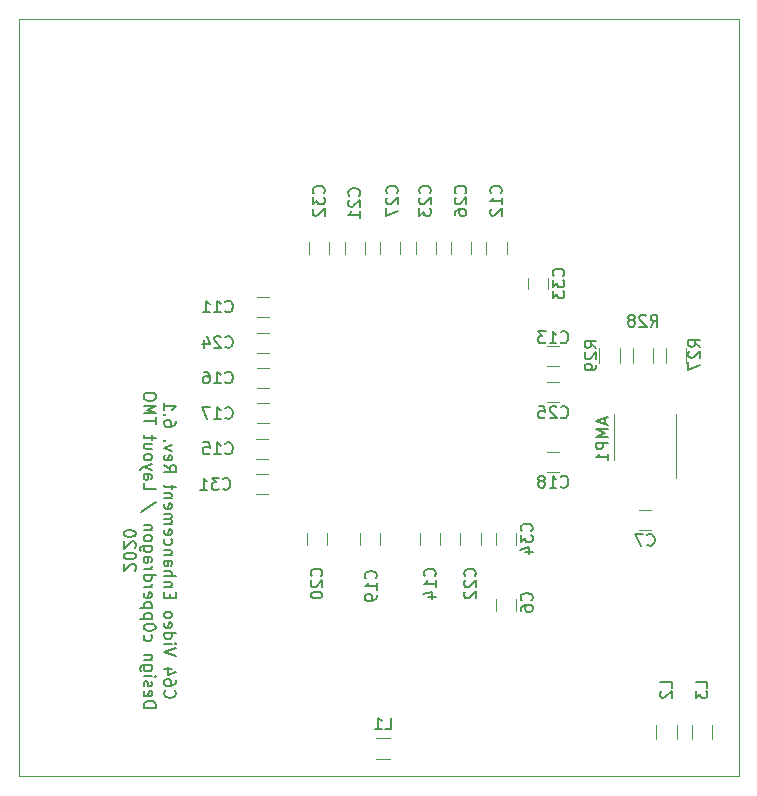
<source format=gbr>
%TF.GenerationSoftware,KiCad,Pcbnew,(5.1.5-0-10_14)*%
%TF.CreationDate,2020-11-09T20:11:24+01:00*%
%TF.ProjectId,rfreplacement,72667265-706c-4616-9365-6d656e742e6b,6.1*%
%TF.SameCoordinates,Original*%
%TF.FileFunction,Legend,Bot*%
%TF.FilePolarity,Positive*%
%FSLAX46Y46*%
G04 Gerber Fmt 4.6, Leading zero omitted, Abs format (unit mm)*
G04 Created by KiCad (PCBNEW (5.1.5-0-10_14)) date 2020-11-09 20:11:24*
%MOMM*%
%LPD*%
G04 APERTURE LIST*
%ADD10C,0.200000*%
%ADD11C,0.100000*%
%ADD12C,0.120000*%
%ADD13C,0.150000*%
G04 APERTURE END LIST*
D10*
X116542857Y-107657142D02*
X116495238Y-107704761D01*
X116447619Y-107847619D01*
X116447619Y-107942857D01*
X116495238Y-108085714D01*
X116590476Y-108180952D01*
X116685714Y-108228571D01*
X116876190Y-108276190D01*
X117019047Y-108276190D01*
X117209523Y-108228571D01*
X117304761Y-108180952D01*
X117400000Y-108085714D01*
X117447619Y-107942857D01*
X117447619Y-107847619D01*
X117400000Y-107704761D01*
X117352380Y-107657142D01*
X117447619Y-106800000D02*
X117447619Y-106990476D01*
X117400000Y-107085714D01*
X117352380Y-107133333D01*
X117209523Y-107228571D01*
X117019047Y-107276190D01*
X116638095Y-107276190D01*
X116542857Y-107228571D01*
X116495238Y-107180952D01*
X116447619Y-107085714D01*
X116447619Y-106895238D01*
X116495238Y-106800000D01*
X116542857Y-106752380D01*
X116638095Y-106704761D01*
X116876190Y-106704761D01*
X116971428Y-106752380D01*
X117019047Y-106800000D01*
X117066666Y-106895238D01*
X117066666Y-107085714D01*
X117019047Y-107180952D01*
X116971428Y-107228571D01*
X116876190Y-107276190D01*
X117114285Y-105847619D02*
X116447619Y-105847619D01*
X117495238Y-106085714D02*
X116780952Y-106323809D01*
X116780952Y-105704761D01*
X117447619Y-104704761D02*
X116447619Y-104371428D01*
X117447619Y-104038095D01*
X116447619Y-103704761D02*
X117114285Y-103704761D01*
X117447619Y-103704761D02*
X117400000Y-103752380D01*
X117352380Y-103704761D01*
X117400000Y-103657142D01*
X117447619Y-103704761D01*
X117352380Y-103704761D01*
X116447619Y-102800000D02*
X117447619Y-102800000D01*
X116495238Y-102800000D02*
X116447619Y-102895238D01*
X116447619Y-103085714D01*
X116495238Y-103180952D01*
X116542857Y-103228571D01*
X116638095Y-103276190D01*
X116923809Y-103276190D01*
X117019047Y-103228571D01*
X117066666Y-103180952D01*
X117114285Y-103085714D01*
X117114285Y-102895238D01*
X117066666Y-102800000D01*
X116495238Y-101942857D02*
X116447619Y-102038095D01*
X116447619Y-102228571D01*
X116495238Y-102323809D01*
X116590476Y-102371428D01*
X116971428Y-102371428D01*
X117066666Y-102323809D01*
X117114285Y-102228571D01*
X117114285Y-102038095D01*
X117066666Y-101942857D01*
X116971428Y-101895238D01*
X116876190Y-101895238D01*
X116780952Y-102371428D01*
X116447619Y-101323809D02*
X116495238Y-101419047D01*
X116542857Y-101466666D01*
X116638095Y-101514285D01*
X116923809Y-101514285D01*
X117019047Y-101466666D01*
X117066666Y-101419047D01*
X117114285Y-101323809D01*
X117114285Y-101180952D01*
X117066666Y-101085714D01*
X117019047Y-101038095D01*
X116923809Y-100990476D01*
X116638095Y-100990476D01*
X116542857Y-101038095D01*
X116495238Y-101085714D01*
X116447619Y-101180952D01*
X116447619Y-101323809D01*
X116971428Y-99800000D02*
X116971428Y-99466666D01*
X116447619Y-99323809D02*
X116447619Y-99800000D01*
X117447619Y-99800000D01*
X117447619Y-99323809D01*
X117114285Y-98895238D02*
X116447619Y-98895238D01*
X117019047Y-98895238D02*
X117066666Y-98847619D01*
X117114285Y-98752380D01*
X117114285Y-98609523D01*
X117066666Y-98514285D01*
X116971428Y-98466666D01*
X116447619Y-98466666D01*
X116447619Y-97990476D02*
X117447619Y-97990476D01*
X116447619Y-97561904D02*
X116971428Y-97561904D01*
X117066666Y-97609523D01*
X117114285Y-97704761D01*
X117114285Y-97847619D01*
X117066666Y-97942857D01*
X117019047Y-97990476D01*
X116447619Y-96657142D02*
X116971428Y-96657142D01*
X117066666Y-96704761D01*
X117114285Y-96800000D01*
X117114285Y-96990476D01*
X117066666Y-97085714D01*
X116495238Y-96657142D02*
X116447619Y-96752380D01*
X116447619Y-96990476D01*
X116495238Y-97085714D01*
X116590476Y-97133333D01*
X116685714Y-97133333D01*
X116780952Y-97085714D01*
X116828571Y-96990476D01*
X116828571Y-96752380D01*
X116876190Y-96657142D01*
X117114285Y-96180952D02*
X116447619Y-96180952D01*
X117019047Y-96180952D02*
X117066666Y-96133333D01*
X117114285Y-96038095D01*
X117114285Y-95895238D01*
X117066666Y-95800000D01*
X116971428Y-95752380D01*
X116447619Y-95752380D01*
X116495238Y-94847619D02*
X116447619Y-94942857D01*
X116447619Y-95133333D01*
X116495238Y-95228571D01*
X116542857Y-95276190D01*
X116638095Y-95323809D01*
X116923809Y-95323809D01*
X117019047Y-95276190D01*
X117066666Y-95228571D01*
X117114285Y-95133333D01*
X117114285Y-94942857D01*
X117066666Y-94847619D01*
X116495238Y-94038095D02*
X116447619Y-94133333D01*
X116447619Y-94323809D01*
X116495238Y-94419047D01*
X116590476Y-94466666D01*
X116971428Y-94466666D01*
X117066666Y-94419047D01*
X117114285Y-94323809D01*
X117114285Y-94133333D01*
X117066666Y-94038095D01*
X116971428Y-93990476D01*
X116876190Y-93990476D01*
X116780952Y-94466666D01*
X116447619Y-93561904D02*
X117114285Y-93561904D01*
X117019047Y-93561904D02*
X117066666Y-93514285D01*
X117114285Y-93419047D01*
X117114285Y-93276190D01*
X117066666Y-93180952D01*
X116971428Y-93133333D01*
X116447619Y-93133333D01*
X116971428Y-93133333D02*
X117066666Y-93085714D01*
X117114285Y-92990476D01*
X117114285Y-92847619D01*
X117066666Y-92752380D01*
X116971428Y-92704761D01*
X116447619Y-92704761D01*
X116495238Y-91847619D02*
X116447619Y-91942857D01*
X116447619Y-92133333D01*
X116495238Y-92228571D01*
X116590476Y-92276190D01*
X116971428Y-92276190D01*
X117066666Y-92228571D01*
X117114285Y-92133333D01*
X117114285Y-91942857D01*
X117066666Y-91847619D01*
X116971428Y-91800000D01*
X116876190Y-91800000D01*
X116780952Y-92276190D01*
X117114285Y-91371428D02*
X116447619Y-91371428D01*
X117019047Y-91371428D02*
X117066666Y-91323809D01*
X117114285Y-91228571D01*
X117114285Y-91085714D01*
X117066666Y-90990476D01*
X116971428Y-90942857D01*
X116447619Y-90942857D01*
X117114285Y-90609523D02*
X117114285Y-90228571D01*
X117447619Y-90466666D02*
X116590476Y-90466666D01*
X116495238Y-90419047D01*
X116447619Y-90323809D01*
X116447619Y-90228571D01*
X116447619Y-88561904D02*
X116923809Y-88895238D01*
X116447619Y-89133333D02*
X117447619Y-89133333D01*
X117447619Y-88752380D01*
X117400000Y-88657142D01*
X117352380Y-88609523D01*
X117257142Y-88561904D01*
X117114285Y-88561904D01*
X117019047Y-88609523D01*
X116971428Y-88657142D01*
X116923809Y-88752380D01*
X116923809Y-89133333D01*
X116495238Y-87752380D02*
X116447619Y-87847619D01*
X116447619Y-88038095D01*
X116495238Y-88133333D01*
X116590476Y-88180952D01*
X116971428Y-88180952D01*
X117066666Y-88133333D01*
X117114285Y-88038095D01*
X117114285Y-87847619D01*
X117066666Y-87752380D01*
X116971428Y-87704761D01*
X116876190Y-87704761D01*
X116780952Y-88180952D01*
X117114285Y-87371428D02*
X116447619Y-87133333D01*
X117114285Y-86895238D01*
X116542857Y-86514285D02*
X116495238Y-86466666D01*
X116447619Y-86514285D01*
X116495238Y-86561904D01*
X116542857Y-86514285D01*
X116447619Y-86514285D01*
X117447619Y-84847619D02*
X117447619Y-85038095D01*
X117400000Y-85133333D01*
X117352380Y-85180952D01*
X117209523Y-85276190D01*
X117019047Y-85323809D01*
X116638095Y-85323809D01*
X116542857Y-85276190D01*
X116495238Y-85228571D01*
X116447619Y-85133333D01*
X116447619Y-84942857D01*
X116495238Y-84847619D01*
X116542857Y-84800000D01*
X116638095Y-84752380D01*
X116876190Y-84752380D01*
X116971428Y-84800000D01*
X117019047Y-84847619D01*
X117066666Y-84942857D01*
X117066666Y-85133333D01*
X117019047Y-85228571D01*
X116971428Y-85276190D01*
X116876190Y-85323809D01*
X116542857Y-84323809D02*
X116495238Y-84276190D01*
X116447619Y-84323809D01*
X116495238Y-84371428D01*
X116542857Y-84323809D01*
X116447619Y-84323809D01*
X116447619Y-83323809D02*
X116447619Y-83895238D01*
X116447619Y-83609523D02*
X117447619Y-83609523D01*
X117304761Y-83704761D01*
X117209523Y-83800000D01*
X117161904Y-83895238D01*
X114747619Y-109109523D02*
X115747619Y-109109523D01*
X115747619Y-108871428D01*
X115700000Y-108728571D01*
X115604761Y-108633333D01*
X115509523Y-108585714D01*
X115319047Y-108538095D01*
X115176190Y-108538095D01*
X114985714Y-108585714D01*
X114890476Y-108633333D01*
X114795238Y-108728571D01*
X114747619Y-108871428D01*
X114747619Y-109109523D01*
X114795238Y-107728571D02*
X114747619Y-107823809D01*
X114747619Y-108014285D01*
X114795238Y-108109523D01*
X114890476Y-108157142D01*
X115271428Y-108157142D01*
X115366666Y-108109523D01*
X115414285Y-108014285D01*
X115414285Y-107823809D01*
X115366666Y-107728571D01*
X115271428Y-107680952D01*
X115176190Y-107680952D01*
X115080952Y-108157142D01*
X114795238Y-107300000D02*
X114747619Y-107204761D01*
X114747619Y-107014285D01*
X114795238Y-106919047D01*
X114890476Y-106871428D01*
X114938095Y-106871428D01*
X115033333Y-106919047D01*
X115080952Y-107014285D01*
X115080952Y-107157142D01*
X115128571Y-107252380D01*
X115223809Y-107300000D01*
X115271428Y-107300000D01*
X115366666Y-107252380D01*
X115414285Y-107157142D01*
X115414285Y-107014285D01*
X115366666Y-106919047D01*
X114747619Y-106442857D02*
X115414285Y-106442857D01*
X115747619Y-106442857D02*
X115700000Y-106490476D01*
X115652380Y-106442857D01*
X115700000Y-106395238D01*
X115747619Y-106442857D01*
X115652380Y-106442857D01*
X115414285Y-105538095D02*
X114604761Y-105538095D01*
X114509523Y-105585714D01*
X114461904Y-105633333D01*
X114414285Y-105728571D01*
X114414285Y-105871428D01*
X114461904Y-105966666D01*
X114795238Y-105538095D02*
X114747619Y-105633333D01*
X114747619Y-105823809D01*
X114795238Y-105919047D01*
X114842857Y-105966666D01*
X114938095Y-106014285D01*
X115223809Y-106014285D01*
X115319047Y-105966666D01*
X115366666Y-105919047D01*
X115414285Y-105823809D01*
X115414285Y-105633333D01*
X115366666Y-105538095D01*
X115414285Y-105061904D02*
X114747619Y-105061904D01*
X115319047Y-105061904D02*
X115366666Y-105014285D01*
X115414285Y-104919047D01*
X115414285Y-104776190D01*
X115366666Y-104680952D01*
X115271428Y-104633333D01*
X114747619Y-104633333D01*
X114795238Y-102966666D02*
X114747619Y-103061904D01*
X114747619Y-103252380D01*
X114795238Y-103347619D01*
X114842857Y-103395238D01*
X114938095Y-103442857D01*
X115223809Y-103442857D01*
X115319047Y-103395238D01*
X115366666Y-103347619D01*
X115414285Y-103252380D01*
X115414285Y-103061904D01*
X115366666Y-102966666D01*
X115747619Y-102347619D02*
X115747619Y-102252380D01*
X115700000Y-102157142D01*
X115652380Y-102109523D01*
X115557142Y-102061904D01*
X115366666Y-102014285D01*
X115128571Y-102014285D01*
X114938095Y-102061904D01*
X114842857Y-102109523D01*
X114795238Y-102157142D01*
X114747619Y-102252380D01*
X114747619Y-102347619D01*
X114795238Y-102442857D01*
X114842857Y-102490476D01*
X114938095Y-102538095D01*
X115128571Y-102585714D01*
X115366666Y-102585714D01*
X115557142Y-102538095D01*
X115652380Y-102490476D01*
X115700000Y-102442857D01*
X115747619Y-102347619D01*
X115414285Y-101585714D02*
X114414285Y-101585714D01*
X115366666Y-101585714D02*
X115414285Y-101490476D01*
X115414285Y-101300000D01*
X115366666Y-101204761D01*
X115319047Y-101157142D01*
X115223809Y-101109523D01*
X114938095Y-101109523D01*
X114842857Y-101157142D01*
X114795238Y-101204761D01*
X114747619Y-101300000D01*
X114747619Y-101490476D01*
X114795238Y-101585714D01*
X115414285Y-100680952D02*
X114414285Y-100680952D01*
X115366666Y-100680952D02*
X115414285Y-100585714D01*
X115414285Y-100395238D01*
X115366666Y-100300000D01*
X115319047Y-100252380D01*
X115223809Y-100204761D01*
X114938095Y-100204761D01*
X114842857Y-100252380D01*
X114795238Y-100300000D01*
X114747619Y-100395238D01*
X114747619Y-100585714D01*
X114795238Y-100680952D01*
X114795238Y-99395238D02*
X114747619Y-99490476D01*
X114747619Y-99680952D01*
X114795238Y-99776190D01*
X114890476Y-99823809D01*
X115271428Y-99823809D01*
X115366666Y-99776190D01*
X115414285Y-99680952D01*
X115414285Y-99490476D01*
X115366666Y-99395238D01*
X115271428Y-99347619D01*
X115176190Y-99347619D01*
X115080952Y-99823809D01*
X114747619Y-98919047D02*
X115414285Y-98919047D01*
X115223809Y-98919047D02*
X115319047Y-98871428D01*
X115366666Y-98823809D01*
X115414285Y-98728571D01*
X115414285Y-98633333D01*
X114747619Y-97871428D02*
X115747619Y-97871428D01*
X114795238Y-97871428D02*
X114747619Y-97966666D01*
X114747619Y-98157142D01*
X114795238Y-98252380D01*
X114842857Y-98300000D01*
X114938095Y-98347619D01*
X115223809Y-98347619D01*
X115319047Y-98300000D01*
X115366666Y-98252380D01*
X115414285Y-98157142D01*
X115414285Y-97966666D01*
X115366666Y-97871428D01*
X114747619Y-97395238D02*
X115414285Y-97395238D01*
X115223809Y-97395238D02*
X115319047Y-97347619D01*
X115366666Y-97300000D01*
X115414285Y-97204761D01*
X115414285Y-97109523D01*
X114747619Y-96347619D02*
X115271428Y-96347619D01*
X115366666Y-96395238D01*
X115414285Y-96490476D01*
X115414285Y-96680952D01*
X115366666Y-96776190D01*
X114795238Y-96347619D02*
X114747619Y-96442857D01*
X114747619Y-96680952D01*
X114795238Y-96776190D01*
X114890476Y-96823809D01*
X114985714Y-96823809D01*
X115080952Y-96776190D01*
X115128571Y-96680952D01*
X115128571Y-96442857D01*
X115176190Y-96347619D01*
X115414285Y-95442857D02*
X114604761Y-95442857D01*
X114509523Y-95490476D01*
X114461904Y-95538095D01*
X114414285Y-95633333D01*
X114414285Y-95776190D01*
X114461904Y-95871428D01*
X114795238Y-95442857D02*
X114747619Y-95538095D01*
X114747619Y-95728571D01*
X114795238Y-95823809D01*
X114842857Y-95871428D01*
X114938095Y-95919047D01*
X115223809Y-95919047D01*
X115319047Y-95871428D01*
X115366666Y-95823809D01*
X115414285Y-95728571D01*
X115414285Y-95538095D01*
X115366666Y-95442857D01*
X114747619Y-94823809D02*
X114795238Y-94919047D01*
X114842857Y-94966666D01*
X114938095Y-95014285D01*
X115223809Y-95014285D01*
X115319047Y-94966666D01*
X115366666Y-94919047D01*
X115414285Y-94823809D01*
X115414285Y-94680952D01*
X115366666Y-94585714D01*
X115319047Y-94538095D01*
X115223809Y-94490476D01*
X114938095Y-94490476D01*
X114842857Y-94538095D01*
X114795238Y-94585714D01*
X114747619Y-94680952D01*
X114747619Y-94823809D01*
X115414285Y-94061904D02*
X114747619Y-94061904D01*
X115319047Y-94061904D02*
X115366666Y-94014285D01*
X115414285Y-93919047D01*
X115414285Y-93776190D01*
X115366666Y-93680952D01*
X115271428Y-93633333D01*
X114747619Y-93633333D01*
X115795238Y-91680952D02*
X114509523Y-92538095D01*
X114747619Y-90109523D02*
X114747619Y-90585714D01*
X115747619Y-90585714D01*
X114747619Y-89347619D02*
X115271428Y-89347619D01*
X115366666Y-89395238D01*
X115414285Y-89490476D01*
X115414285Y-89680952D01*
X115366666Y-89776190D01*
X114795238Y-89347619D02*
X114747619Y-89442857D01*
X114747619Y-89680952D01*
X114795238Y-89776190D01*
X114890476Y-89823809D01*
X114985714Y-89823809D01*
X115080952Y-89776190D01*
X115128571Y-89680952D01*
X115128571Y-89442857D01*
X115176190Y-89347619D01*
X115414285Y-88966666D02*
X114747619Y-88728571D01*
X115414285Y-88490476D02*
X114747619Y-88728571D01*
X114509523Y-88823809D01*
X114461904Y-88871428D01*
X114414285Y-88966666D01*
X114747619Y-87966666D02*
X114795238Y-88061904D01*
X114842857Y-88109523D01*
X114938095Y-88157142D01*
X115223809Y-88157142D01*
X115319047Y-88109523D01*
X115366666Y-88061904D01*
X115414285Y-87966666D01*
X115414285Y-87823809D01*
X115366666Y-87728571D01*
X115319047Y-87680952D01*
X115223809Y-87633333D01*
X114938095Y-87633333D01*
X114842857Y-87680952D01*
X114795238Y-87728571D01*
X114747619Y-87823809D01*
X114747619Y-87966666D01*
X115414285Y-86776190D02*
X114747619Y-86776190D01*
X115414285Y-87204761D02*
X114890476Y-87204761D01*
X114795238Y-87157142D01*
X114747619Y-87061904D01*
X114747619Y-86919047D01*
X114795238Y-86823809D01*
X114842857Y-86776190D01*
X115414285Y-86442857D02*
X115414285Y-86061904D01*
X115747619Y-86300000D02*
X114890476Y-86300000D01*
X114795238Y-86252380D01*
X114747619Y-86157142D01*
X114747619Y-86061904D01*
X115747619Y-85109523D02*
X115747619Y-84538095D01*
X114747619Y-84823809D02*
X115747619Y-84823809D01*
X114747619Y-84204761D02*
X115747619Y-84204761D01*
X115033333Y-83871428D01*
X115747619Y-83538095D01*
X114747619Y-83538095D01*
X115747619Y-82871428D02*
X115747619Y-82680952D01*
X115700000Y-82585714D01*
X115604761Y-82490476D01*
X115414285Y-82442857D01*
X115080952Y-82442857D01*
X114890476Y-82490476D01*
X114795238Y-82585714D01*
X114747619Y-82680952D01*
X114747619Y-82871428D01*
X114795238Y-82966666D01*
X114890476Y-83061904D01*
X115080952Y-83109523D01*
X115414285Y-83109523D01*
X115604761Y-83061904D01*
X115700000Y-82966666D01*
X115747619Y-82871428D01*
X113952380Y-97514285D02*
X114000000Y-97466666D01*
X114047619Y-97371428D01*
X114047619Y-97133333D01*
X114000000Y-97038095D01*
X113952380Y-96990476D01*
X113857142Y-96942857D01*
X113761904Y-96942857D01*
X113619047Y-96990476D01*
X113047619Y-97561904D01*
X113047619Y-96942857D01*
X114047619Y-96323809D02*
X114047619Y-96228571D01*
X114000000Y-96133333D01*
X113952380Y-96085714D01*
X113857142Y-96038095D01*
X113666666Y-95990476D01*
X113428571Y-95990476D01*
X113238095Y-96038095D01*
X113142857Y-96085714D01*
X113095238Y-96133333D01*
X113047619Y-96228571D01*
X113047619Y-96323809D01*
X113095238Y-96419047D01*
X113142857Y-96466666D01*
X113238095Y-96514285D01*
X113428571Y-96561904D01*
X113666666Y-96561904D01*
X113857142Y-96514285D01*
X113952380Y-96466666D01*
X114000000Y-96419047D01*
X114047619Y-96323809D01*
X113952380Y-95609523D02*
X114000000Y-95561904D01*
X114047619Y-95466666D01*
X114047619Y-95228571D01*
X114000000Y-95133333D01*
X113952380Y-95085714D01*
X113857142Y-95038095D01*
X113761904Y-95038095D01*
X113619047Y-95085714D01*
X113047619Y-95657142D01*
X113047619Y-95038095D01*
X114047619Y-94419047D02*
X114047619Y-94323809D01*
X114000000Y-94228571D01*
X113952380Y-94180952D01*
X113857142Y-94133333D01*
X113666666Y-94085714D01*
X113428571Y-94085714D01*
X113238095Y-94133333D01*
X113142857Y-94180952D01*
X113095238Y-94228571D01*
X113047619Y-94323809D01*
X113047619Y-94419047D01*
X113095238Y-94514285D01*
X113142857Y-94561904D01*
X113238095Y-94609523D01*
X113428571Y-94657142D01*
X113666666Y-94657142D01*
X113857142Y-94609523D01*
X113952380Y-94561904D01*
X114000000Y-94514285D01*
X114047619Y-94419047D01*
D11*
X165100000Y-88900000D02*
X165100000Y-53340000D01*
X165100000Y-88900000D02*
X165100000Y-114935000D01*
X165100000Y-50800000D02*
X165100000Y-53340000D01*
X104140000Y-114300000D02*
X104140000Y-114935000D01*
X165100000Y-114935000D02*
X104140000Y-114935000D01*
X104140000Y-50800000D02*
X165100000Y-50800000D01*
X104140000Y-114300000D02*
X104140000Y-50800000D01*
D12*
X134708000Y-94350000D02*
X134708000Y-95350000D01*
X133008000Y-95350000D02*
X133008000Y-94350000D01*
X146250000Y-99900000D02*
X146250000Y-100900000D01*
X144550000Y-100900000D02*
X144550000Y-99900000D01*
X156700000Y-92350000D02*
X157700000Y-92350000D01*
X157700000Y-94050000D02*
X156700000Y-94050000D01*
X125300000Y-76050000D02*
X124300000Y-76050000D01*
X124300000Y-74350000D02*
X125300000Y-74350000D01*
X145450000Y-69700000D02*
X145450000Y-70700000D01*
X143750000Y-70700000D02*
X143750000Y-69700000D01*
X148900000Y-78525000D02*
X149900000Y-78525000D01*
X149900000Y-80225000D02*
X148900000Y-80225000D01*
X138150000Y-95300000D02*
X138150000Y-94300000D01*
X139850000Y-94300000D02*
X139850000Y-95300000D01*
X125250000Y-88050000D02*
X124250000Y-88050000D01*
X124250000Y-86350000D02*
X125250000Y-86350000D01*
X124300000Y-80350000D02*
X125300000Y-80350000D01*
X125300000Y-82050000D02*
X124300000Y-82050000D01*
X125300000Y-85050000D02*
X124300000Y-85050000D01*
X124300000Y-83350000D02*
X125300000Y-83350000D01*
X149900000Y-89129000D02*
X148900000Y-89129000D01*
X148900000Y-87429000D02*
X149900000Y-87429000D01*
X130250000Y-94300000D02*
X130250000Y-95300000D01*
X128550000Y-95300000D02*
X128550000Y-94300000D01*
X133450000Y-69700000D02*
X133450000Y-70700000D01*
X131750000Y-70700000D02*
X131750000Y-69700000D01*
X143250000Y-94300000D02*
X143250000Y-95300000D01*
X141550000Y-95300000D02*
X141550000Y-94300000D01*
X139450000Y-69700000D02*
X139450000Y-70700000D01*
X137750000Y-70700000D02*
X137750000Y-69700000D01*
X125300000Y-79050000D02*
X124300000Y-79050000D01*
X124300000Y-77350000D02*
X125300000Y-77350000D01*
X148900000Y-81550000D02*
X149900000Y-81550000D01*
X149900000Y-83250000D02*
X148900000Y-83250000D01*
X142450000Y-69700000D02*
X142450000Y-70700000D01*
X140750000Y-70700000D02*
X140750000Y-69700000D01*
X134750000Y-70700000D02*
X134750000Y-69700000D01*
X136450000Y-69700000D02*
X136450000Y-70700000D01*
X125250000Y-91050000D02*
X124250000Y-91050000D01*
X124250000Y-89350000D02*
X125250000Y-89350000D01*
X130450000Y-69700000D02*
X130450000Y-70700000D01*
X128750000Y-70700000D02*
X128750000Y-69700000D01*
X147300000Y-73700000D02*
X147300000Y-72700000D01*
X149000000Y-72700000D02*
X149000000Y-73700000D01*
X144550000Y-95300000D02*
X144550000Y-94300000D01*
X146250000Y-94300000D02*
X146250000Y-95300000D01*
X135600000Y-111720000D02*
X134400000Y-111720000D01*
X134400000Y-113480000D02*
X135600000Y-113480000D01*
X159880000Y-111800000D02*
X159880000Y-110600000D01*
X158120000Y-110600000D02*
X158120000Y-111800000D01*
X161120000Y-110600000D02*
X161120000Y-111800000D01*
X162880000Y-111800000D02*
X162880000Y-110600000D01*
X160680000Y-79900000D02*
X160680000Y-78700000D01*
X158920000Y-78700000D02*
X158920000Y-79900000D01*
X156120000Y-78696000D02*
X156120000Y-79896000D01*
X157880000Y-79896000D02*
X157880000Y-78696000D01*
X155080000Y-79896000D02*
X155080000Y-78696000D01*
X153320000Y-78696000D02*
X153320000Y-79896000D01*
X159835000Y-86200000D02*
X159835000Y-89650000D01*
X159835000Y-86200000D02*
X159835000Y-84250000D01*
X154565000Y-86200000D02*
X154565000Y-88150000D01*
X154565000Y-86200000D02*
X154565000Y-84250000D01*
D13*
X134357142Y-98157142D02*
X134404761Y-98109523D01*
X134452380Y-97966666D01*
X134452380Y-97871428D01*
X134404761Y-97728571D01*
X134309523Y-97633333D01*
X134214285Y-97585714D01*
X134023809Y-97538095D01*
X133880952Y-97538095D01*
X133690476Y-97585714D01*
X133595238Y-97633333D01*
X133500000Y-97728571D01*
X133452380Y-97871428D01*
X133452380Y-97966666D01*
X133500000Y-98109523D01*
X133547619Y-98157142D01*
X134452380Y-99109523D02*
X134452380Y-98538095D01*
X134452380Y-98823809D02*
X133452380Y-98823809D01*
X133595238Y-98728571D01*
X133690476Y-98633333D01*
X133738095Y-98538095D01*
X134452380Y-99585714D02*
X134452380Y-99776190D01*
X134404761Y-99871428D01*
X134357142Y-99919047D01*
X134214285Y-100014285D01*
X134023809Y-100061904D01*
X133642857Y-100061904D01*
X133547619Y-100014285D01*
X133500000Y-99966666D01*
X133452380Y-99871428D01*
X133452380Y-99680952D01*
X133500000Y-99585714D01*
X133547619Y-99538095D01*
X133642857Y-99490476D01*
X133880952Y-99490476D01*
X133976190Y-99538095D01*
X134023809Y-99585714D01*
X134071428Y-99680952D01*
X134071428Y-99871428D01*
X134023809Y-99966666D01*
X133976190Y-100014285D01*
X133880952Y-100061904D01*
X147557142Y-100033333D02*
X147604761Y-99985714D01*
X147652380Y-99842857D01*
X147652380Y-99747619D01*
X147604761Y-99604761D01*
X147509523Y-99509523D01*
X147414285Y-99461904D01*
X147223809Y-99414285D01*
X147080952Y-99414285D01*
X146890476Y-99461904D01*
X146795238Y-99509523D01*
X146700000Y-99604761D01*
X146652380Y-99747619D01*
X146652380Y-99842857D01*
X146700000Y-99985714D01*
X146747619Y-100033333D01*
X146652380Y-100890476D02*
X146652380Y-100700000D01*
X146700000Y-100604761D01*
X146747619Y-100557142D01*
X146890476Y-100461904D01*
X147080952Y-100414285D01*
X147461904Y-100414285D01*
X147557142Y-100461904D01*
X147604761Y-100509523D01*
X147652380Y-100604761D01*
X147652380Y-100795238D01*
X147604761Y-100890476D01*
X147557142Y-100938095D01*
X147461904Y-100985714D01*
X147223809Y-100985714D01*
X147128571Y-100938095D01*
X147080952Y-100890476D01*
X147033333Y-100795238D01*
X147033333Y-100604761D01*
X147080952Y-100509523D01*
X147128571Y-100461904D01*
X147223809Y-100414285D01*
X157366666Y-95307142D02*
X157414285Y-95354761D01*
X157557142Y-95402380D01*
X157652380Y-95402380D01*
X157795238Y-95354761D01*
X157890476Y-95259523D01*
X157938095Y-95164285D01*
X157985714Y-94973809D01*
X157985714Y-94830952D01*
X157938095Y-94640476D01*
X157890476Y-94545238D01*
X157795238Y-94450000D01*
X157652380Y-94402380D01*
X157557142Y-94402380D01*
X157414285Y-94450000D01*
X157366666Y-94497619D01*
X157033333Y-94402380D02*
X156366666Y-94402380D01*
X156795238Y-95402380D01*
X121642857Y-75557142D02*
X121690476Y-75604761D01*
X121833333Y-75652380D01*
X121928571Y-75652380D01*
X122071428Y-75604761D01*
X122166666Y-75509523D01*
X122214285Y-75414285D01*
X122261904Y-75223809D01*
X122261904Y-75080952D01*
X122214285Y-74890476D01*
X122166666Y-74795238D01*
X122071428Y-74700000D01*
X121928571Y-74652380D01*
X121833333Y-74652380D01*
X121690476Y-74700000D01*
X121642857Y-74747619D01*
X120690476Y-75652380D02*
X121261904Y-75652380D01*
X120976190Y-75652380D02*
X120976190Y-74652380D01*
X121071428Y-74795238D01*
X121166666Y-74890476D01*
X121261904Y-74938095D01*
X119738095Y-75652380D02*
X120309523Y-75652380D01*
X120023809Y-75652380D02*
X120023809Y-74652380D01*
X120119047Y-74795238D01*
X120214285Y-74890476D01*
X120309523Y-74938095D01*
X144957142Y-65557142D02*
X145004761Y-65509523D01*
X145052380Y-65366666D01*
X145052380Y-65271428D01*
X145004761Y-65128571D01*
X144909523Y-65033333D01*
X144814285Y-64985714D01*
X144623809Y-64938095D01*
X144480952Y-64938095D01*
X144290476Y-64985714D01*
X144195238Y-65033333D01*
X144100000Y-65128571D01*
X144052380Y-65271428D01*
X144052380Y-65366666D01*
X144100000Y-65509523D01*
X144147619Y-65557142D01*
X145052380Y-66509523D02*
X145052380Y-65938095D01*
X145052380Y-66223809D02*
X144052380Y-66223809D01*
X144195238Y-66128571D01*
X144290476Y-66033333D01*
X144338095Y-65938095D01*
X144147619Y-66890476D02*
X144100000Y-66938095D01*
X144052380Y-67033333D01*
X144052380Y-67271428D01*
X144100000Y-67366666D01*
X144147619Y-67414285D01*
X144242857Y-67461904D01*
X144338095Y-67461904D01*
X144480952Y-67414285D01*
X145052380Y-66842857D01*
X145052380Y-67461904D01*
X150042857Y-78157142D02*
X150090476Y-78204761D01*
X150233333Y-78252380D01*
X150328571Y-78252380D01*
X150471428Y-78204761D01*
X150566666Y-78109523D01*
X150614285Y-78014285D01*
X150661904Y-77823809D01*
X150661904Y-77680952D01*
X150614285Y-77490476D01*
X150566666Y-77395238D01*
X150471428Y-77300000D01*
X150328571Y-77252380D01*
X150233333Y-77252380D01*
X150090476Y-77300000D01*
X150042857Y-77347619D01*
X149090476Y-78252380D02*
X149661904Y-78252380D01*
X149376190Y-78252380D02*
X149376190Y-77252380D01*
X149471428Y-77395238D01*
X149566666Y-77490476D01*
X149661904Y-77538095D01*
X148757142Y-77252380D02*
X148138095Y-77252380D01*
X148471428Y-77633333D01*
X148328571Y-77633333D01*
X148233333Y-77680952D01*
X148185714Y-77728571D01*
X148138095Y-77823809D01*
X148138095Y-78061904D01*
X148185714Y-78157142D01*
X148233333Y-78204761D01*
X148328571Y-78252380D01*
X148614285Y-78252380D01*
X148709523Y-78204761D01*
X148757142Y-78157142D01*
X139357142Y-97957142D02*
X139404761Y-97909523D01*
X139452380Y-97766666D01*
X139452380Y-97671428D01*
X139404761Y-97528571D01*
X139309523Y-97433333D01*
X139214285Y-97385714D01*
X139023809Y-97338095D01*
X138880952Y-97338095D01*
X138690476Y-97385714D01*
X138595238Y-97433333D01*
X138500000Y-97528571D01*
X138452380Y-97671428D01*
X138452380Y-97766666D01*
X138500000Y-97909523D01*
X138547619Y-97957142D01*
X139452380Y-98909523D02*
X139452380Y-98338095D01*
X139452380Y-98623809D02*
X138452380Y-98623809D01*
X138595238Y-98528571D01*
X138690476Y-98433333D01*
X138738095Y-98338095D01*
X138785714Y-99766666D02*
X139452380Y-99766666D01*
X138404761Y-99528571D02*
X139119047Y-99290476D01*
X139119047Y-99909523D01*
X121642857Y-87557142D02*
X121690476Y-87604761D01*
X121833333Y-87652380D01*
X121928571Y-87652380D01*
X122071428Y-87604761D01*
X122166666Y-87509523D01*
X122214285Y-87414285D01*
X122261904Y-87223809D01*
X122261904Y-87080952D01*
X122214285Y-86890476D01*
X122166666Y-86795238D01*
X122071428Y-86700000D01*
X121928571Y-86652380D01*
X121833333Y-86652380D01*
X121690476Y-86700000D01*
X121642857Y-86747619D01*
X120690476Y-87652380D02*
X121261904Y-87652380D01*
X120976190Y-87652380D02*
X120976190Y-86652380D01*
X121071428Y-86795238D01*
X121166666Y-86890476D01*
X121261904Y-86938095D01*
X119785714Y-86652380D02*
X120261904Y-86652380D01*
X120309523Y-87128571D01*
X120261904Y-87080952D01*
X120166666Y-87033333D01*
X119928571Y-87033333D01*
X119833333Y-87080952D01*
X119785714Y-87128571D01*
X119738095Y-87223809D01*
X119738095Y-87461904D01*
X119785714Y-87557142D01*
X119833333Y-87604761D01*
X119928571Y-87652380D01*
X120166666Y-87652380D01*
X120261904Y-87604761D01*
X120309523Y-87557142D01*
X121642857Y-81557142D02*
X121690476Y-81604761D01*
X121833333Y-81652380D01*
X121928571Y-81652380D01*
X122071428Y-81604761D01*
X122166666Y-81509523D01*
X122214285Y-81414285D01*
X122261904Y-81223809D01*
X122261904Y-81080952D01*
X122214285Y-80890476D01*
X122166666Y-80795238D01*
X122071428Y-80700000D01*
X121928571Y-80652380D01*
X121833333Y-80652380D01*
X121690476Y-80700000D01*
X121642857Y-80747619D01*
X120690476Y-81652380D02*
X121261904Y-81652380D01*
X120976190Y-81652380D02*
X120976190Y-80652380D01*
X121071428Y-80795238D01*
X121166666Y-80890476D01*
X121261904Y-80938095D01*
X119833333Y-80652380D02*
X120023809Y-80652380D01*
X120119047Y-80700000D01*
X120166666Y-80747619D01*
X120261904Y-80890476D01*
X120309523Y-81080952D01*
X120309523Y-81461904D01*
X120261904Y-81557142D01*
X120214285Y-81604761D01*
X120119047Y-81652380D01*
X119928571Y-81652380D01*
X119833333Y-81604761D01*
X119785714Y-81557142D01*
X119738095Y-81461904D01*
X119738095Y-81223809D01*
X119785714Y-81128571D01*
X119833333Y-81080952D01*
X119928571Y-81033333D01*
X120119047Y-81033333D01*
X120214285Y-81080952D01*
X120261904Y-81128571D01*
X120309523Y-81223809D01*
X121642857Y-84557142D02*
X121690476Y-84604761D01*
X121833333Y-84652380D01*
X121928571Y-84652380D01*
X122071428Y-84604761D01*
X122166666Y-84509523D01*
X122214285Y-84414285D01*
X122261904Y-84223809D01*
X122261904Y-84080952D01*
X122214285Y-83890476D01*
X122166666Y-83795238D01*
X122071428Y-83700000D01*
X121928571Y-83652380D01*
X121833333Y-83652380D01*
X121690476Y-83700000D01*
X121642857Y-83747619D01*
X120690476Y-84652380D02*
X121261904Y-84652380D01*
X120976190Y-84652380D02*
X120976190Y-83652380D01*
X121071428Y-83795238D01*
X121166666Y-83890476D01*
X121261904Y-83938095D01*
X120357142Y-83652380D02*
X119690476Y-83652380D01*
X120119047Y-84652380D01*
X150042857Y-90386142D02*
X150090476Y-90433761D01*
X150233333Y-90481380D01*
X150328571Y-90481380D01*
X150471428Y-90433761D01*
X150566666Y-90338523D01*
X150614285Y-90243285D01*
X150661904Y-90052809D01*
X150661904Y-89909952D01*
X150614285Y-89719476D01*
X150566666Y-89624238D01*
X150471428Y-89529000D01*
X150328571Y-89481380D01*
X150233333Y-89481380D01*
X150090476Y-89529000D01*
X150042857Y-89576619D01*
X149090476Y-90481380D02*
X149661904Y-90481380D01*
X149376190Y-90481380D02*
X149376190Y-89481380D01*
X149471428Y-89624238D01*
X149566666Y-89719476D01*
X149661904Y-89767095D01*
X148519047Y-89909952D02*
X148614285Y-89862333D01*
X148661904Y-89814714D01*
X148709523Y-89719476D01*
X148709523Y-89671857D01*
X148661904Y-89576619D01*
X148614285Y-89529000D01*
X148519047Y-89481380D01*
X148328571Y-89481380D01*
X148233333Y-89529000D01*
X148185714Y-89576619D01*
X148138095Y-89671857D01*
X148138095Y-89719476D01*
X148185714Y-89814714D01*
X148233333Y-89862333D01*
X148328571Y-89909952D01*
X148519047Y-89909952D01*
X148614285Y-89957571D01*
X148661904Y-90005190D01*
X148709523Y-90100428D01*
X148709523Y-90290904D01*
X148661904Y-90386142D01*
X148614285Y-90433761D01*
X148519047Y-90481380D01*
X148328571Y-90481380D01*
X148233333Y-90433761D01*
X148185714Y-90386142D01*
X148138095Y-90290904D01*
X148138095Y-90100428D01*
X148185714Y-90005190D01*
X148233333Y-89957571D01*
X148328571Y-89909952D01*
X129757142Y-97957142D02*
X129804761Y-97909523D01*
X129852380Y-97766666D01*
X129852380Y-97671428D01*
X129804761Y-97528571D01*
X129709523Y-97433333D01*
X129614285Y-97385714D01*
X129423809Y-97338095D01*
X129280952Y-97338095D01*
X129090476Y-97385714D01*
X128995238Y-97433333D01*
X128900000Y-97528571D01*
X128852380Y-97671428D01*
X128852380Y-97766666D01*
X128900000Y-97909523D01*
X128947619Y-97957142D01*
X128947619Y-98338095D02*
X128900000Y-98385714D01*
X128852380Y-98480952D01*
X128852380Y-98719047D01*
X128900000Y-98814285D01*
X128947619Y-98861904D01*
X129042857Y-98909523D01*
X129138095Y-98909523D01*
X129280952Y-98861904D01*
X129852380Y-98290476D01*
X129852380Y-98909523D01*
X128852380Y-99528571D02*
X128852380Y-99623809D01*
X128900000Y-99719047D01*
X128947619Y-99766666D01*
X129042857Y-99814285D01*
X129233333Y-99861904D01*
X129471428Y-99861904D01*
X129661904Y-99814285D01*
X129757142Y-99766666D01*
X129804761Y-99719047D01*
X129852380Y-99623809D01*
X129852380Y-99528571D01*
X129804761Y-99433333D01*
X129757142Y-99385714D01*
X129661904Y-99338095D01*
X129471428Y-99290476D01*
X129233333Y-99290476D01*
X129042857Y-99338095D01*
X128947619Y-99385714D01*
X128900000Y-99433333D01*
X128852380Y-99528571D01*
X132957142Y-65757142D02*
X133004761Y-65709523D01*
X133052380Y-65566666D01*
X133052380Y-65471428D01*
X133004761Y-65328571D01*
X132909523Y-65233333D01*
X132814285Y-65185714D01*
X132623809Y-65138095D01*
X132480952Y-65138095D01*
X132290476Y-65185714D01*
X132195238Y-65233333D01*
X132100000Y-65328571D01*
X132052380Y-65471428D01*
X132052380Y-65566666D01*
X132100000Y-65709523D01*
X132147619Y-65757142D01*
X132147619Y-66138095D02*
X132100000Y-66185714D01*
X132052380Y-66280952D01*
X132052380Y-66519047D01*
X132100000Y-66614285D01*
X132147619Y-66661904D01*
X132242857Y-66709523D01*
X132338095Y-66709523D01*
X132480952Y-66661904D01*
X133052380Y-66090476D01*
X133052380Y-66709523D01*
X133052380Y-67661904D02*
X133052380Y-67090476D01*
X133052380Y-67376190D02*
X132052380Y-67376190D01*
X132195238Y-67280952D01*
X132290476Y-67185714D01*
X132338095Y-67090476D01*
X142757142Y-97957142D02*
X142804761Y-97909523D01*
X142852380Y-97766666D01*
X142852380Y-97671428D01*
X142804761Y-97528571D01*
X142709523Y-97433333D01*
X142614285Y-97385714D01*
X142423809Y-97338095D01*
X142280952Y-97338095D01*
X142090476Y-97385714D01*
X141995238Y-97433333D01*
X141900000Y-97528571D01*
X141852380Y-97671428D01*
X141852380Y-97766666D01*
X141900000Y-97909523D01*
X141947619Y-97957142D01*
X141947619Y-98338095D02*
X141900000Y-98385714D01*
X141852380Y-98480952D01*
X141852380Y-98719047D01*
X141900000Y-98814285D01*
X141947619Y-98861904D01*
X142042857Y-98909523D01*
X142138095Y-98909523D01*
X142280952Y-98861904D01*
X142852380Y-98290476D01*
X142852380Y-98909523D01*
X141947619Y-99290476D02*
X141900000Y-99338095D01*
X141852380Y-99433333D01*
X141852380Y-99671428D01*
X141900000Y-99766666D01*
X141947619Y-99814285D01*
X142042857Y-99861904D01*
X142138095Y-99861904D01*
X142280952Y-99814285D01*
X142852380Y-99242857D01*
X142852380Y-99861904D01*
X138957142Y-65557142D02*
X139004761Y-65509523D01*
X139052380Y-65366666D01*
X139052380Y-65271428D01*
X139004761Y-65128571D01*
X138909523Y-65033333D01*
X138814285Y-64985714D01*
X138623809Y-64938095D01*
X138480952Y-64938095D01*
X138290476Y-64985714D01*
X138195238Y-65033333D01*
X138100000Y-65128571D01*
X138052380Y-65271428D01*
X138052380Y-65366666D01*
X138100000Y-65509523D01*
X138147619Y-65557142D01*
X138147619Y-65938095D02*
X138100000Y-65985714D01*
X138052380Y-66080952D01*
X138052380Y-66319047D01*
X138100000Y-66414285D01*
X138147619Y-66461904D01*
X138242857Y-66509523D01*
X138338095Y-66509523D01*
X138480952Y-66461904D01*
X139052380Y-65890476D01*
X139052380Y-66509523D01*
X138052380Y-66842857D02*
X138052380Y-67461904D01*
X138433333Y-67128571D01*
X138433333Y-67271428D01*
X138480952Y-67366666D01*
X138528571Y-67414285D01*
X138623809Y-67461904D01*
X138861904Y-67461904D01*
X138957142Y-67414285D01*
X139004761Y-67366666D01*
X139052380Y-67271428D01*
X139052380Y-66985714D01*
X139004761Y-66890476D01*
X138957142Y-66842857D01*
X121642857Y-78557142D02*
X121690476Y-78604761D01*
X121833333Y-78652380D01*
X121928571Y-78652380D01*
X122071428Y-78604761D01*
X122166666Y-78509523D01*
X122214285Y-78414285D01*
X122261904Y-78223809D01*
X122261904Y-78080952D01*
X122214285Y-77890476D01*
X122166666Y-77795238D01*
X122071428Y-77700000D01*
X121928571Y-77652380D01*
X121833333Y-77652380D01*
X121690476Y-77700000D01*
X121642857Y-77747619D01*
X121261904Y-77747619D02*
X121214285Y-77700000D01*
X121119047Y-77652380D01*
X120880952Y-77652380D01*
X120785714Y-77700000D01*
X120738095Y-77747619D01*
X120690476Y-77842857D01*
X120690476Y-77938095D01*
X120738095Y-78080952D01*
X121309523Y-78652380D01*
X120690476Y-78652380D01*
X119833333Y-77985714D02*
X119833333Y-78652380D01*
X120071428Y-77604761D02*
X120309523Y-78319047D01*
X119690476Y-78319047D01*
X150042857Y-84507142D02*
X150090476Y-84554761D01*
X150233333Y-84602380D01*
X150328571Y-84602380D01*
X150471428Y-84554761D01*
X150566666Y-84459523D01*
X150614285Y-84364285D01*
X150661904Y-84173809D01*
X150661904Y-84030952D01*
X150614285Y-83840476D01*
X150566666Y-83745238D01*
X150471428Y-83650000D01*
X150328571Y-83602380D01*
X150233333Y-83602380D01*
X150090476Y-83650000D01*
X150042857Y-83697619D01*
X149661904Y-83697619D02*
X149614285Y-83650000D01*
X149519047Y-83602380D01*
X149280952Y-83602380D01*
X149185714Y-83650000D01*
X149138095Y-83697619D01*
X149090476Y-83792857D01*
X149090476Y-83888095D01*
X149138095Y-84030952D01*
X149709523Y-84602380D01*
X149090476Y-84602380D01*
X148185714Y-83602380D02*
X148661904Y-83602380D01*
X148709523Y-84078571D01*
X148661904Y-84030952D01*
X148566666Y-83983333D01*
X148328571Y-83983333D01*
X148233333Y-84030952D01*
X148185714Y-84078571D01*
X148138095Y-84173809D01*
X148138095Y-84411904D01*
X148185714Y-84507142D01*
X148233333Y-84554761D01*
X148328571Y-84602380D01*
X148566666Y-84602380D01*
X148661904Y-84554761D01*
X148709523Y-84507142D01*
X141957142Y-65557142D02*
X142004761Y-65509523D01*
X142052380Y-65366666D01*
X142052380Y-65271428D01*
X142004761Y-65128571D01*
X141909523Y-65033333D01*
X141814285Y-64985714D01*
X141623809Y-64938095D01*
X141480952Y-64938095D01*
X141290476Y-64985714D01*
X141195238Y-65033333D01*
X141100000Y-65128571D01*
X141052380Y-65271428D01*
X141052380Y-65366666D01*
X141100000Y-65509523D01*
X141147619Y-65557142D01*
X141147619Y-65938095D02*
X141100000Y-65985714D01*
X141052380Y-66080952D01*
X141052380Y-66319047D01*
X141100000Y-66414285D01*
X141147619Y-66461904D01*
X141242857Y-66509523D01*
X141338095Y-66509523D01*
X141480952Y-66461904D01*
X142052380Y-65890476D01*
X142052380Y-66509523D01*
X141052380Y-67366666D02*
X141052380Y-67176190D01*
X141100000Y-67080952D01*
X141147619Y-67033333D01*
X141290476Y-66938095D01*
X141480952Y-66890476D01*
X141861904Y-66890476D01*
X141957142Y-66938095D01*
X142004761Y-66985714D01*
X142052380Y-67080952D01*
X142052380Y-67271428D01*
X142004761Y-67366666D01*
X141957142Y-67414285D01*
X141861904Y-67461904D01*
X141623809Y-67461904D01*
X141528571Y-67414285D01*
X141480952Y-67366666D01*
X141433333Y-67271428D01*
X141433333Y-67080952D01*
X141480952Y-66985714D01*
X141528571Y-66938095D01*
X141623809Y-66890476D01*
X136157142Y-65557142D02*
X136204761Y-65509523D01*
X136252380Y-65366666D01*
X136252380Y-65271428D01*
X136204761Y-65128571D01*
X136109523Y-65033333D01*
X136014285Y-64985714D01*
X135823809Y-64938095D01*
X135680952Y-64938095D01*
X135490476Y-64985714D01*
X135395238Y-65033333D01*
X135300000Y-65128571D01*
X135252380Y-65271428D01*
X135252380Y-65366666D01*
X135300000Y-65509523D01*
X135347619Y-65557142D01*
X135347619Y-65938095D02*
X135300000Y-65985714D01*
X135252380Y-66080952D01*
X135252380Y-66319047D01*
X135300000Y-66414285D01*
X135347619Y-66461904D01*
X135442857Y-66509523D01*
X135538095Y-66509523D01*
X135680952Y-66461904D01*
X136252380Y-65890476D01*
X136252380Y-66509523D01*
X135252380Y-66842857D02*
X135252380Y-67509523D01*
X136252380Y-67080952D01*
X121442857Y-90557142D02*
X121490476Y-90604761D01*
X121633333Y-90652380D01*
X121728571Y-90652380D01*
X121871428Y-90604761D01*
X121966666Y-90509523D01*
X122014285Y-90414285D01*
X122061904Y-90223809D01*
X122061904Y-90080952D01*
X122014285Y-89890476D01*
X121966666Y-89795238D01*
X121871428Y-89700000D01*
X121728571Y-89652380D01*
X121633333Y-89652380D01*
X121490476Y-89700000D01*
X121442857Y-89747619D01*
X121109523Y-89652380D02*
X120490476Y-89652380D01*
X120823809Y-90033333D01*
X120680952Y-90033333D01*
X120585714Y-90080952D01*
X120538095Y-90128571D01*
X120490476Y-90223809D01*
X120490476Y-90461904D01*
X120538095Y-90557142D01*
X120585714Y-90604761D01*
X120680952Y-90652380D01*
X120966666Y-90652380D01*
X121061904Y-90604761D01*
X121109523Y-90557142D01*
X119538095Y-90652380D02*
X120109523Y-90652380D01*
X119823809Y-90652380D02*
X119823809Y-89652380D01*
X119919047Y-89795238D01*
X120014285Y-89890476D01*
X120109523Y-89938095D01*
X129957142Y-65557142D02*
X130004761Y-65509523D01*
X130052380Y-65366666D01*
X130052380Y-65271428D01*
X130004761Y-65128571D01*
X129909523Y-65033333D01*
X129814285Y-64985714D01*
X129623809Y-64938095D01*
X129480952Y-64938095D01*
X129290476Y-64985714D01*
X129195238Y-65033333D01*
X129100000Y-65128571D01*
X129052380Y-65271428D01*
X129052380Y-65366666D01*
X129100000Y-65509523D01*
X129147619Y-65557142D01*
X129052380Y-65890476D02*
X129052380Y-66509523D01*
X129433333Y-66176190D01*
X129433333Y-66319047D01*
X129480952Y-66414285D01*
X129528571Y-66461904D01*
X129623809Y-66509523D01*
X129861904Y-66509523D01*
X129957142Y-66461904D01*
X130004761Y-66414285D01*
X130052380Y-66319047D01*
X130052380Y-66033333D01*
X130004761Y-65938095D01*
X129957142Y-65890476D01*
X129147619Y-66890476D02*
X129100000Y-66938095D01*
X129052380Y-67033333D01*
X129052380Y-67271428D01*
X129100000Y-67366666D01*
X129147619Y-67414285D01*
X129242857Y-67461904D01*
X129338095Y-67461904D01*
X129480952Y-67414285D01*
X130052380Y-66842857D01*
X130052380Y-67461904D01*
X150257142Y-72557142D02*
X150304761Y-72509523D01*
X150352380Y-72366666D01*
X150352380Y-72271428D01*
X150304761Y-72128571D01*
X150209523Y-72033333D01*
X150114285Y-71985714D01*
X149923809Y-71938095D01*
X149780952Y-71938095D01*
X149590476Y-71985714D01*
X149495238Y-72033333D01*
X149400000Y-72128571D01*
X149352380Y-72271428D01*
X149352380Y-72366666D01*
X149400000Y-72509523D01*
X149447619Y-72557142D01*
X149352380Y-72890476D02*
X149352380Y-73509523D01*
X149733333Y-73176190D01*
X149733333Y-73319047D01*
X149780952Y-73414285D01*
X149828571Y-73461904D01*
X149923809Y-73509523D01*
X150161904Y-73509523D01*
X150257142Y-73461904D01*
X150304761Y-73414285D01*
X150352380Y-73319047D01*
X150352380Y-73033333D01*
X150304761Y-72938095D01*
X150257142Y-72890476D01*
X149352380Y-73842857D02*
X149352380Y-74461904D01*
X149733333Y-74128571D01*
X149733333Y-74271428D01*
X149780952Y-74366666D01*
X149828571Y-74414285D01*
X149923809Y-74461904D01*
X150161904Y-74461904D01*
X150257142Y-74414285D01*
X150304761Y-74366666D01*
X150352380Y-74271428D01*
X150352380Y-73985714D01*
X150304761Y-73890476D01*
X150257142Y-73842857D01*
X147557142Y-94157142D02*
X147604761Y-94109523D01*
X147652380Y-93966666D01*
X147652380Y-93871428D01*
X147604761Y-93728571D01*
X147509523Y-93633333D01*
X147414285Y-93585714D01*
X147223809Y-93538095D01*
X147080952Y-93538095D01*
X146890476Y-93585714D01*
X146795238Y-93633333D01*
X146700000Y-93728571D01*
X146652380Y-93871428D01*
X146652380Y-93966666D01*
X146700000Y-94109523D01*
X146747619Y-94157142D01*
X146652380Y-94490476D02*
X146652380Y-95109523D01*
X147033333Y-94776190D01*
X147033333Y-94919047D01*
X147080952Y-95014285D01*
X147128571Y-95061904D01*
X147223809Y-95109523D01*
X147461904Y-95109523D01*
X147557142Y-95061904D01*
X147604761Y-95014285D01*
X147652380Y-94919047D01*
X147652380Y-94633333D01*
X147604761Y-94538095D01*
X147557142Y-94490476D01*
X146985714Y-95966666D02*
X147652380Y-95966666D01*
X146604761Y-95728571D02*
X147319047Y-95490476D01*
X147319047Y-96109523D01*
X135166666Y-110952380D02*
X135642857Y-110952380D01*
X135642857Y-109952380D01*
X134309523Y-110952380D02*
X134880952Y-110952380D01*
X134595238Y-110952380D02*
X134595238Y-109952380D01*
X134690476Y-110095238D01*
X134785714Y-110190476D01*
X134880952Y-110238095D01*
X159452380Y-107433333D02*
X159452380Y-106957142D01*
X158452380Y-106957142D01*
X158547619Y-107719047D02*
X158500000Y-107766666D01*
X158452380Y-107861904D01*
X158452380Y-108100000D01*
X158500000Y-108195238D01*
X158547619Y-108242857D01*
X158642857Y-108290476D01*
X158738095Y-108290476D01*
X158880952Y-108242857D01*
X159452380Y-107671428D01*
X159452380Y-108290476D01*
X162452380Y-107433333D02*
X162452380Y-106957142D01*
X161452380Y-106957142D01*
X161452380Y-107671428D02*
X161452380Y-108290476D01*
X161833333Y-107957142D01*
X161833333Y-108100000D01*
X161880952Y-108195238D01*
X161928571Y-108242857D01*
X162023809Y-108290476D01*
X162261904Y-108290476D01*
X162357142Y-108242857D01*
X162404761Y-108195238D01*
X162452380Y-108100000D01*
X162452380Y-107814285D01*
X162404761Y-107719047D01*
X162357142Y-107671428D01*
X161852380Y-78557142D02*
X161376190Y-78223809D01*
X161852380Y-77985714D02*
X160852380Y-77985714D01*
X160852380Y-78366666D01*
X160900000Y-78461904D01*
X160947619Y-78509523D01*
X161042857Y-78557142D01*
X161185714Y-78557142D01*
X161280952Y-78509523D01*
X161328571Y-78461904D01*
X161376190Y-78366666D01*
X161376190Y-77985714D01*
X160947619Y-78938095D02*
X160900000Y-78985714D01*
X160852380Y-79080952D01*
X160852380Y-79319047D01*
X160900000Y-79414285D01*
X160947619Y-79461904D01*
X161042857Y-79509523D01*
X161138095Y-79509523D01*
X161280952Y-79461904D01*
X161852380Y-78890476D01*
X161852380Y-79509523D01*
X160852380Y-79842857D02*
X160852380Y-80509523D01*
X161852380Y-80080952D01*
X157642857Y-76852380D02*
X157976190Y-76376190D01*
X158214285Y-76852380D02*
X158214285Y-75852380D01*
X157833333Y-75852380D01*
X157738095Y-75900000D01*
X157690476Y-75947619D01*
X157642857Y-76042857D01*
X157642857Y-76185714D01*
X157690476Y-76280952D01*
X157738095Y-76328571D01*
X157833333Y-76376190D01*
X158214285Y-76376190D01*
X157261904Y-75947619D02*
X157214285Y-75900000D01*
X157119047Y-75852380D01*
X156880952Y-75852380D01*
X156785714Y-75900000D01*
X156738095Y-75947619D01*
X156690476Y-76042857D01*
X156690476Y-76138095D01*
X156738095Y-76280952D01*
X157309523Y-76852380D01*
X156690476Y-76852380D01*
X156119047Y-76280952D02*
X156214285Y-76233333D01*
X156261904Y-76185714D01*
X156309523Y-76090476D01*
X156309523Y-76042857D01*
X156261904Y-75947619D01*
X156214285Y-75900000D01*
X156119047Y-75852380D01*
X155928571Y-75852380D01*
X155833333Y-75900000D01*
X155785714Y-75947619D01*
X155738095Y-76042857D01*
X155738095Y-76090476D01*
X155785714Y-76185714D01*
X155833333Y-76233333D01*
X155928571Y-76280952D01*
X156119047Y-76280952D01*
X156214285Y-76328571D01*
X156261904Y-76376190D01*
X156309523Y-76471428D01*
X156309523Y-76661904D01*
X156261904Y-76757142D01*
X156214285Y-76804761D01*
X156119047Y-76852380D01*
X155928571Y-76852380D01*
X155833333Y-76804761D01*
X155785714Y-76757142D01*
X155738095Y-76661904D01*
X155738095Y-76471428D01*
X155785714Y-76376190D01*
X155833333Y-76328571D01*
X155928571Y-76280952D01*
X153052380Y-78653142D02*
X152576190Y-78319809D01*
X153052380Y-78081714D02*
X152052380Y-78081714D01*
X152052380Y-78462666D01*
X152100000Y-78557904D01*
X152147619Y-78605523D01*
X152242857Y-78653142D01*
X152385714Y-78653142D01*
X152480952Y-78605523D01*
X152528571Y-78557904D01*
X152576190Y-78462666D01*
X152576190Y-78081714D01*
X152147619Y-79034095D02*
X152100000Y-79081714D01*
X152052380Y-79176952D01*
X152052380Y-79415047D01*
X152100000Y-79510285D01*
X152147619Y-79557904D01*
X152242857Y-79605523D01*
X152338095Y-79605523D01*
X152480952Y-79557904D01*
X153052380Y-78986476D01*
X153052380Y-79605523D01*
X153052380Y-80081714D02*
X153052380Y-80272190D01*
X153004761Y-80367428D01*
X152957142Y-80415047D01*
X152814285Y-80510285D01*
X152623809Y-80557904D01*
X152242857Y-80557904D01*
X152147619Y-80510285D01*
X152100000Y-80462666D01*
X152052380Y-80367428D01*
X152052380Y-80176952D01*
X152100000Y-80081714D01*
X152147619Y-80034095D01*
X152242857Y-79986476D01*
X152480952Y-79986476D01*
X152576190Y-80034095D01*
X152623809Y-80081714D01*
X152671428Y-80176952D01*
X152671428Y-80367428D01*
X152623809Y-80462666D01*
X152576190Y-80510285D01*
X152480952Y-80557904D01*
X153766666Y-84614285D02*
X153766666Y-85090476D01*
X154052380Y-84519047D02*
X153052380Y-84852380D01*
X154052380Y-85185714D01*
X154052380Y-85519047D02*
X153052380Y-85519047D01*
X153766666Y-85852380D01*
X153052380Y-86185714D01*
X154052380Y-86185714D01*
X154052380Y-86661904D02*
X153052380Y-86661904D01*
X153052380Y-87042857D01*
X153100000Y-87138095D01*
X153147619Y-87185714D01*
X153242857Y-87233333D01*
X153385714Y-87233333D01*
X153480952Y-87185714D01*
X153528571Y-87138095D01*
X153576190Y-87042857D01*
X153576190Y-86661904D01*
X154052380Y-88185714D02*
X154052380Y-87614285D01*
X154052380Y-87900000D02*
X153052380Y-87900000D01*
X153195238Y-87804761D01*
X153290476Y-87709523D01*
X153338095Y-87614285D01*
M02*

</source>
